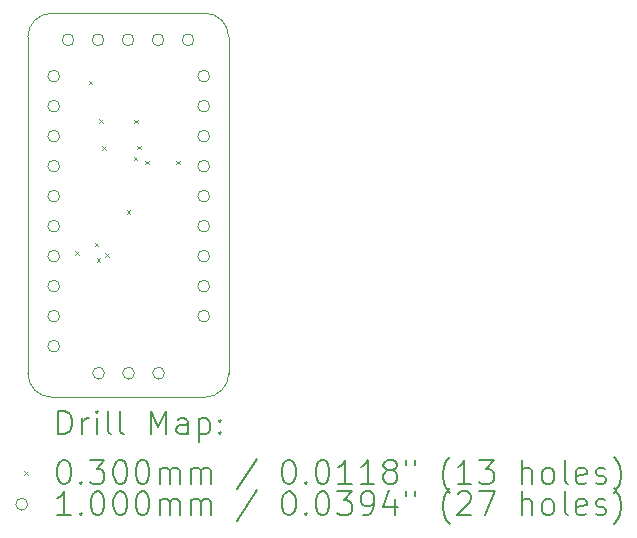
<source format=gbr>
%TF.GenerationSoftware,KiCad,Pcbnew,8.0.6*%
%TF.CreationDate,2024-12-27T21:34:21-08:00*%
%TF.ProjectId,PIC32Flex,50494333-3246-46c6-9578-2e6b69636164,rev?*%
%TF.SameCoordinates,Original*%
%TF.FileFunction,Drillmap*%
%TF.FilePolarity,Positive*%
%FSLAX45Y45*%
G04 Gerber Fmt 4.5, Leading zero omitted, Abs format (unit mm)*
G04 Created by KiCad (PCBNEW 8.0.6) date 2024-12-27 21:34:21*
%MOMM*%
%LPD*%
G01*
G04 APERTURE LIST*
%ADD10C,0.050000*%
%ADD11C,0.200000*%
%ADD12C,0.100000*%
G04 APERTURE END LIST*
D10*
X9784980Y-7169760D02*
G75*
G02*
X9984980Y-6969760I200000J0D01*
G01*
X11484980Y-7169760D02*
X11484980Y-10019760D01*
X9984980Y-6969760D02*
X11284980Y-6969760D01*
X9784980Y-10019760D02*
X9784980Y-7169760D01*
X9984980Y-10219760D02*
G75*
G02*
X9784980Y-10019760I0J200000D01*
G01*
X11484980Y-10019760D02*
G75*
G02*
X11284980Y-10219760I-200000J0D01*
G01*
X11284980Y-10219760D02*
X9984980Y-10219760D01*
X11284980Y-6969760D02*
G75*
G02*
X11484980Y-7169760I0J-200000D01*
G01*
D11*
D12*
X10187000Y-8982147D02*
X10217000Y-9012147D01*
X10217000Y-8982147D02*
X10187000Y-9012147D01*
X10302000Y-7542000D02*
X10332000Y-7572000D01*
X10332000Y-7542000D02*
X10302000Y-7572000D01*
X10350000Y-8912000D02*
X10380000Y-8942000D01*
X10380000Y-8912000D02*
X10350000Y-8942000D01*
X10368760Y-9043000D02*
X10398760Y-9073000D01*
X10398760Y-9043000D02*
X10368760Y-9073000D01*
X10387000Y-7869000D02*
X10417000Y-7899000D01*
X10417000Y-7869000D02*
X10387000Y-7899000D01*
X10413000Y-8094000D02*
X10443000Y-8124000D01*
X10443000Y-8094000D02*
X10413000Y-8124000D01*
X10441000Y-9003000D02*
X10471000Y-9033000D01*
X10471000Y-9003000D02*
X10441000Y-9033000D01*
X10622320Y-8639549D02*
X10652320Y-8669549D01*
X10652320Y-8639549D02*
X10622320Y-8669549D01*
X10683000Y-8186000D02*
X10713000Y-8216000D01*
X10713000Y-8186000D02*
X10683000Y-8216000D01*
X10687000Y-7872000D02*
X10717000Y-7902000D01*
X10717000Y-7872000D02*
X10687000Y-7902000D01*
X10710574Y-8091573D02*
X10740574Y-8121573D01*
X10740574Y-8091573D02*
X10710574Y-8121573D01*
X10780000Y-8220000D02*
X10810000Y-8250000D01*
X10810000Y-8220000D02*
X10780000Y-8250000D01*
X11041000Y-8218000D02*
X11071000Y-8248000D01*
X11071000Y-8218000D02*
X11041000Y-8248000D01*
X10054000Y-7502000D02*
G75*
G02*
X9954000Y-7502000I-50000J0D01*
G01*
X9954000Y-7502000D02*
G75*
G02*
X10054000Y-7502000I50000J0D01*
G01*
X10054000Y-7756000D02*
G75*
G02*
X9954000Y-7756000I-50000J0D01*
G01*
X9954000Y-7756000D02*
G75*
G02*
X10054000Y-7756000I50000J0D01*
G01*
X10054000Y-8010000D02*
G75*
G02*
X9954000Y-8010000I-50000J0D01*
G01*
X9954000Y-8010000D02*
G75*
G02*
X10054000Y-8010000I50000J0D01*
G01*
X10054000Y-8264000D02*
G75*
G02*
X9954000Y-8264000I-50000J0D01*
G01*
X9954000Y-8264000D02*
G75*
G02*
X10054000Y-8264000I50000J0D01*
G01*
X10054000Y-8518000D02*
G75*
G02*
X9954000Y-8518000I-50000J0D01*
G01*
X9954000Y-8518000D02*
G75*
G02*
X10054000Y-8518000I50000J0D01*
G01*
X10054000Y-8772000D02*
G75*
G02*
X9954000Y-8772000I-50000J0D01*
G01*
X9954000Y-8772000D02*
G75*
G02*
X10054000Y-8772000I50000J0D01*
G01*
X10054000Y-9026000D02*
G75*
G02*
X9954000Y-9026000I-50000J0D01*
G01*
X9954000Y-9026000D02*
G75*
G02*
X10054000Y-9026000I50000J0D01*
G01*
X10054000Y-9280000D02*
G75*
G02*
X9954000Y-9280000I-50000J0D01*
G01*
X9954000Y-9280000D02*
G75*
G02*
X10054000Y-9280000I50000J0D01*
G01*
X10054000Y-9534000D02*
G75*
G02*
X9954000Y-9534000I-50000J0D01*
G01*
X9954000Y-9534000D02*
G75*
G02*
X10054000Y-9534000I50000J0D01*
G01*
X10054000Y-9788000D02*
G75*
G02*
X9954000Y-9788000I-50000J0D01*
G01*
X9954000Y-9788000D02*
G75*
G02*
X10054000Y-9788000I50000J0D01*
G01*
X10175000Y-7195000D02*
G75*
G02*
X10075000Y-7195000I-50000J0D01*
G01*
X10075000Y-7195000D02*
G75*
G02*
X10175000Y-7195000I50000J0D01*
G01*
X10429000Y-7195000D02*
G75*
G02*
X10329000Y-7195000I-50000J0D01*
G01*
X10329000Y-7195000D02*
G75*
G02*
X10429000Y-7195000I50000J0D01*
G01*
X10433760Y-10017080D02*
G75*
G02*
X10333760Y-10017080I-50000J0D01*
G01*
X10333760Y-10017080D02*
G75*
G02*
X10433760Y-10017080I50000J0D01*
G01*
X10683000Y-7195000D02*
G75*
G02*
X10583000Y-7195000I-50000J0D01*
G01*
X10583000Y-7195000D02*
G75*
G02*
X10683000Y-7195000I50000J0D01*
G01*
X10687760Y-10017080D02*
G75*
G02*
X10587760Y-10017080I-50000J0D01*
G01*
X10587760Y-10017080D02*
G75*
G02*
X10687760Y-10017080I50000J0D01*
G01*
X10937000Y-7195000D02*
G75*
G02*
X10837000Y-7195000I-50000J0D01*
G01*
X10837000Y-7195000D02*
G75*
G02*
X10937000Y-7195000I50000J0D01*
G01*
X10941760Y-10017080D02*
G75*
G02*
X10841760Y-10017080I-50000J0D01*
G01*
X10841760Y-10017080D02*
G75*
G02*
X10941760Y-10017080I50000J0D01*
G01*
X11191000Y-7195000D02*
G75*
G02*
X11091000Y-7195000I-50000J0D01*
G01*
X11091000Y-7195000D02*
G75*
G02*
X11191000Y-7195000I50000J0D01*
G01*
X11324000Y-7502000D02*
G75*
G02*
X11224000Y-7502000I-50000J0D01*
G01*
X11224000Y-7502000D02*
G75*
G02*
X11324000Y-7502000I50000J0D01*
G01*
X11324000Y-7756000D02*
G75*
G02*
X11224000Y-7756000I-50000J0D01*
G01*
X11224000Y-7756000D02*
G75*
G02*
X11324000Y-7756000I50000J0D01*
G01*
X11324000Y-8010000D02*
G75*
G02*
X11224000Y-8010000I-50000J0D01*
G01*
X11224000Y-8010000D02*
G75*
G02*
X11324000Y-8010000I50000J0D01*
G01*
X11324000Y-8264000D02*
G75*
G02*
X11224000Y-8264000I-50000J0D01*
G01*
X11224000Y-8264000D02*
G75*
G02*
X11324000Y-8264000I50000J0D01*
G01*
X11324000Y-8518000D02*
G75*
G02*
X11224000Y-8518000I-50000J0D01*
G01*
X11224000Y-8518000D02*
G75*
G02*
X11324000Y-8518000I50000J0D01*
G01*
X11324000Y-8772000D02*
G75*
G02*
X11224000Y-8772000I-50000J0D01*
G01*
X11224000Y-8772000D02*
G75*
G02*
X11324000Y-8772000I50000J0D01*
G01*
X11324000Y-9026000D02*
G75*
G02*
X11224000Y-9026000I-50000J0D01*
G01*
X11224000Y-9026000D02*
G75*
G02*
X11324000Y-9026000I50000J0D01*
G01*
X11324000Y-9280000D02*
G75*
G02*
X11224000Y-9280000I-50000J0D01*
G01*
X11224000Y-9280000D02*
G75*
G02*
X11324000Y-9280000I50000J0D01*
G01*
X11324000Y-9534000D02*
G75*
G02*
X11224000Y-9534000I-50000J0D01*
G01*
X11224000Y-9534000D02*
G75*
G02*
X11324000Y-9534000I50000J0D01*
G01*
D11*
X10043257Y-10533744D02*
X10043257Y-10333744D01*
X10043257Y-10333744D02*
X10090876Y-10333744D01*
X10090876Y-10333744D02*
X10119447Y-10343268D01*
X10119447Y-10343268D02*
X10138495Y-10362315D01*
X10138495Y-10362315D02*
X10148019Y-10381363D01*
X10148019Y-10381363D02*
X10157543Y-10419458D01*
X10157543Y-10419458D02*
X10157543Y-10448030D01*
X10157543Y-10448030D02*
X10148019Y-10486125D01*
X10148019Y-10486125D02*
X10138495Y-10505172D01*
X10138495Y-10505172D02*
X10119447Y-10524220D01*
X10119447Y-10524220D02*
X10090876Y-10533744D01*
X10090876Y-10533744D02*
X10043257Y-10533744D01*
X10243257Y-10533744D02*
X10243257Y-10400410D01*
X10243257Y-10438506D02*
X10252781Y-10419458D01*
X10252781Y-10419458D02*
X10262304Y-10409934D01*
X10262304Y-10409934D02*
X10281352Y-10400410D01*
X10281352Y-10400410D02*
X10300400Y-10400410D01*
X10367066Y-10533744D02*
X10367066Y-10400410D01*
X10367066Y-10333744D02*
X10357543Y-10343268D01*
X10357543Y-10343268D02*
X10367066Y-10352791D01*
X10367066Y-10352791D02*
X10376590Y-10343268D01*
X10376590Y-10343268D02*
X10367066Y-10333744D01*
X10367066Y-10333744D02*
X10367066Y-10352791D01*
X10490876Y-10533744D02*
X10471828Y-10524220D01*
X10471828Y-10524220D02*
X10462304Y-10505172D01*
X10462304Y-10505172D02*
X10462304Y-10333744D01*
X10595638Y-10533744D02*
X10576590Y-10524220D01*
X10576590Y-10524220D02*
X10567066Y-10505172D01*
X10567066Y-10505172D02*
X10567066Y-10333744D01*
X10824209Y-10533744D02*
X10824209Y-10333744D01*
X10824209Y-10333744D02*
X10890876Y-10476601D01*
X10890876Y-10476601D02*
X10957543Y-10333744D01*
X10957543Y-10333744D02*
X10957543Y-10533744D01*
X11138495Y-10533744D02*
X11138495Y-10428982D01*
X11138495Y-10428982D02*
X11128971Y-10409934D01*
X11128971Y-10409934D02*
X11109924Y-10400410D01*
X11109924Y-10400410D02*
X11071828Y-10400410D01*
X11071828Y-10400410D02*
X11052781Y-10409934D01*
X11138495Y-10524220D02*
X11119447Y-10533744D01*
X11119447Y-10533744D02*
X11071828Y-10533744D01*
X11071828Y-10533744D02*
X11052781Y-10524220D01*
X11052781Y-10524220D02*
X11043257Y-10505172D01*
X11043257Y-10505172D02*
X11043257Y-10486125D01*
X11043257Y-10486125D02*
X11052781Y-10467077D01*
X11052781Y-10467077D02*
X11071828Y-10457553D01*
X11071828Y-10457553D02*
X11119447Y-10457553D01*
X11119447Y-10457553D02*
X11138495Y-10448030D01*
X11233733Y-10400410D02*
X11233733Y-10600410D01*
X11233733Y-10409934D02*
X11252781Y-10400410D01*
X11252781Y-10400410D02*
X11290876Y-10400410D01*
X11290876Y-10400410D02*
X11309923Y-10409934D01*
X11309923Y-10409934D02*
X11319447Y-10419458D01*
X11319447Y-10419458D02*
X11328971Y-10438506D01*
X11328971Y-10438506D02*
X11328971Y-10495649D01*
X11328971Y-10495649D02*
X11319447Y-10514696D01*
X11319447Y-10514696D02*
X11309923Y-10524220D01*
X11309923Y-10524220D02*
X11290876Y-10533744D01*
X11290876Y-10533744D02*
X11252781Y-10533744D01*
X11252781Y-10533744D02*
X11233733Y-10524220D01*
X11414685Y-10514696D02*
X11424209Y-10524220D01*
X11424209Y-10524220D02*
X11414685Y-10533744D01*
X11414685Y-10533744D02*
X11405162Y-10524220D01*
X11405162Y-10524220D02*
X11414685Y-10514696D01*
X11414685Y-10514696D02*
X11414685Y-10533744D01*
X11414685Y-10409934D02*
X11424209Y-10419458D01*
X11424209Y-10419458D02*
X11414685Y-10428982D01*
X11414685Y-10428982D02*
X11405162Y-10419458D01*
X11405162Y-10419458D02*
X11414685Y-10409934D01*
X11414685Y-10409934D02*
X11414685Y-10428982D01*
D12*
X9752480Y-10847260D02*
X9782480Y-10877260D01*
X9782480Y-10847260D02*
X9752480Y-10877260D01*
D11*
X10081352Y-10753744D02*
X10100400Y-10753744D01*
X10100400Y-10753744D02*
X10119447Y-10763268D01*
X10119447Y-10763268D02*
X10128971Y-10772791D01*
X10128971Y-10772791D02*
X10138495Y-10791839D01*
X10138495Y-10791839D02*
X10148019Y-10829934D01*
X10148019Y-10829934D02*
X10148019Y-10877553D01*
X10148019Y-10877553D02*
X10138495Y-10915649D01*
X10138495Y-10915649D02*
X10128971Y-10934696D01*
X10128971Y-10934696D02*
X10119447Y-10944220D01*
X10119447Y-10944220D02*
X10100400Y-10953744D01*
X10100400Y-10953744D02*
X10081352Y-10953744D01*
X10081352Y-10953744D02*
X10062304Y-10944220D01*
X10062304Y-10944220D02*
X10052781Y-10934696D01*
X10052781Y-10934696D02*
X10043257Y-10915649D01*
X10043257Y-10915649D02*
X10033733Y-10877553D01*
X10033733Y-10877553D02*
X10033733Y-10829934D01*
X10033733Y-10829934D02*
X10043257Y-10791839D01*
X10043257Y-10791839D02*
X10052781Y-10772791D01*
X10052781Y-10772791D02*
X10062304Y-10763268D01*
X10062304Y-10763268D02*
X10081352Y-10753744D01*
X10233733Y-10934696D02*
X10243257Y-10944220D01*
X10243257Y-10944220D02*
X10233733Y-10953744D01*
X10233733Y-10953744D02*
X10224209Y-10944220D01*
X10224209Y-10944220D02*
X10233733Y-10934696D01*
X10233733Y-10934696D02*
X10233733Y-10953744D01*
X10309924Y-10753744D02*
X10433733Y-10753744D01*
X10433733Y-10753744D02*
X10367066Y-10829934D01*
X10367066Y-10829934D02*
X10395638Y-10829934D01*
X10395638Y-10829934D02*
X10414685Y-10839458D01*
X10414685Y-10839458D02*
X10424209Y-10848982D01*
X10424209Y-10848982D02*
X10433733Y-10868030D01*
X10433733Y-10868030D02*
X10433733Y-10915649D01*
X10433733Y-10915649D02*
X10424209Y-10934696D01*
X10424209Y-10934696D02*
X10414685Y-10944220D01*
X10414685Y-10944220D02*
X10395638Y-10953744D01*
X10395638Y-10953744D02*
X10338495Y-10953744D01*
X10338495Y-10953744D02*
X10319447Y-10944220D01*
X10319447Y-10944220D02*
X10309924Y-10934696D01*
X10557543Y-10753744D02*
X10576590Y-10753744D01*
X10576590Y-10753744D02*
X10595638Y-10763268D01*
X10595638Y-10763268D02*
X10605162Y-10772791D01*
X10605162Y-10772791D02*
X10614685Y-10791839D01*
X10614685Y-10791839D02*
X10624209Y-10829934D01*
X10624209Y-10829934D02*
X10624209Y-10877553D01*
X10624209Y-10877553D02*
X10614685Y-10915649D01*
X10614685Y-10915649D02*
X10605162Y-10934696D01*
X10605162Y-10934696D02*
X10595638Y-10944220D01*
X10595638Y-10944220D02*
X10576590Y-10953744D01*
X10576590Y-10953744D02*
X10557543Y-10953744D01*
X10557543Y-10953744D02*
X10538495Y-10944220D01*
X10538495Y-10944220D02*
X10528971Y-10934696D01*
X10528971Y-10934696D02*
X10519447Y-10915649D01*
X10519447Y-10915649D02*
X10509924Y-10877553D01*
X10509924Y-10877553D02*
X10509924Y-10829934D01*
X10509924Y-10829934D02*
X10519447Y-10791839D01*
X10519447Y-10791839D02*
X10528971Y-10772791D01*
X10528971Y-10772791D02*
X10538495Y-10763268D01*
X10538495Y-10763268D02*
X10557543Y-10753744D01*
X10748019Y-10753744D02*
X10767066Y-10753744D01*
X10767066Y-10753744D02*
X10786114Y-10763268D01*
X10786114Y-10763268D02*
X10795638Y-10772791D01*
X10795638Y-10772791D02*
X10805162Y-10791839D01*
X10805162Y-10791839D02*
X10814685Y-10829934D01*
X10814685Y-10829934D02*
X10814685Y-10877553D01*
X10814685Y-10877553D02*
X10805162Y-10915649D01*
X10805162Y-10915649D02*
X10795638Y-10934696D01*
X10795638Y-10934696D02*
X10786114Y-10944220D01*
X10786114Y-10944220D02*
X10767066Y-10953744D01*
X10767066Y-10953744D02*
X10748019Y-10953744D01*
X10748019Y-10953744D02*
X10728971Y-10944220D01*
X10728971Y-10944220D02*
X10719447Y-10934696D01*
X10719447Y-10934696D02*
X10709924Y-10915649D01*
X10709924Y-10915649D02*
X10700400Y-10877553D01*
X10700400Y-10877553D02*
X10700400Y-10829934D01*
X10700400Y-10829934D02*
X10709924Y-10791839D01*
X10709924Y-10791839D02*
X10719447Y-10772791D01*
X10719447Y-10772791D02*
X10728971Y-10763268D01*
X10728971Y-10763268D02*
X10748019Y-10753744D01*
X10900400Y-10953744D02*
X10900400Y-10820410D01*
X10900400Y-10839458D02*
X10909924Y-10829934D01*
X10909924Y-10829934D02*
X10928971Y-10820410D01*
X10928971Y-10820410D02*
X10957543Y-10820410D01*
X10957543Y-10820410D02*
X10976590Y-10829934D01*
X10976590Y-10829934D02*
X10986114Y-10848982D01*
X10986114Y-10848982D02*
X10986114Y-10953744D01*
X10986114Y-10848982D02*
X10995638Y-10829934D01*
X10995638Y-10829934D02*
X11014685Y-10820410D01*
X11014685Y-10820410D02*
X11043257Y-10820410D01*
X11043257Y-10820410D02*
X11062305Y-10829934D01*
X11062305Y-10829934D02*
X11071828Y-10848982D01*
X11071828Y-10848982D02*
X11071828Y-10953744D01*
X11167066Y-10953744D02*
X11167066Y-10820410D01*
X11167066Y-10839458D02*
X11176590Y-10829934D01*
X11176590Y-10829934D02*
X11195638Y-10820410D01*
X11195638Y-10820410D02*
X11224209Y-10820410D01*
X11224209Y-10820410D02*
X11243257Y-10829934D01*
X11243257Y-10829934D02*
X11252781Y-10848982D01*
X11252781Y-10848982D02*
X11252781Y-10953744D01*
X11252781Y-10848982D02*
X11262304Y-10829934D01*
X11262304Y-10829934D02*
X11281352Y-10820410D01*
X11281352Y-10820410D02*
X11309923Y-10820410D01*
X11309923Y-10820410D02*
X11328971Y-10829934D01*
X11328971Y-10829934D02*
X11338495Y-10848982D01*
X11338495Y-10848982D02*
X11338495Y-10953744D01*
X11728971Y-10744220D02*
X11557543Y-11001363D01*
X11986114Y-10753744D02*
X12005162Y-10753744D01*
X12005162Y-10753744D02*
X12024209Y-10763268D01*
X12024209Y-10763268D02*
X12033733Y-10772791D01*
X12033733Y-10772791D02*
X12043257Y-10791839D01*
X12043257Y-10791839D02*
X12052781Y-10829934D01*
X12052781Y-10829934D02*
X12052781Y-10877553D01*
X12052781Y-10877553D02*
X12043257Y-10915649D01*
X12043257Y-10915649D02*
X12033733Y-10934696D01*
X12033733Y-10934696D02*
X12024209Y-10944220D01*
X12024209Y-10944220D02*
X12005162Y-10953744D01*
X12005162Y-10953744D02*
X11986114Y-10953744D01*
X11986114Y-10953744D02*
X11967066Y-10944220D01*
X11967066Y-10944220D02*
X11957543Y-10934696D01*
X11957543Y-10934696D02*
X11948019Y-10915649D01*
X11948019Y-10915649D02*
X11938495Y-10877553D01*
X11938495Y-10877553D02*
X11938495Y-10829934D01*
X11938495Y-10829934D02*
X11948019Y-10791839D01*
X11948019Y-10791839D02*
X11957543Y-10772791D01*
X11957543Y-10772791D02*
X11967066Y-10763268D01*
X11967066Y-10763268D02*
X11986114Y-10753744D01*
X12138495Y-10934696D02*
X12148019Y-10944220D01*
X12148019Y-10944220D02*
X12138495Y-10953744D01*
X12138495Y-10953744D02*
X12128971Y-10944220D01*
X12128971Y-10944220D02*
X12138495Y-10934696D01*
X12138495Y-10934696D02*
X12138495Y-10953744D01*
X12271828Y-10753744D02*
X12290876Y-10753744D01*
X12290876Y-10753744D02*
X12309924Y-10763268D01*
X12309924Y-10763268D02*
X12319447Y-10772791D01*
X12319447Y-10772791D02*
X12328971Y-10791839D01*
X12328971Y-10791839D02*
X12338495Y-10829934D01*
X12338495Y-10829934D02*
X12338495Y-10877553D01*
X12338495Y-10877553D02*
X12328971Y-10915649D01*
X12328971Y-10915649D02*
X12319447Y-10934696D01*
X12319447Y-10934696D02*
X12309924Y-10944220D01*
X12309924Y-10944220D02*
X12290876Y-10953744D01*
X12290876Y-10953744D02*
X12271828Y-10953744D01*
X12271828Y-10953744D02*
X12252781Y-10944220D01*
X12252781Y-10944220D02*
X12243257Y-10934696D01*
X12243257Y-10934696D02*
X12233733Y-10915649D01*
X12233733Y-10915649D02*
X12224209Y-10877553D01*
X12224209Y-10877553D02*
X12224209Y-10829934D01*
X12224209Y-10829934D02*
X12233733Y-10791839D01*
X12233733Y-10791839D02*
X12243257Y-10772791D01*
X12243257Y-10772791D02*
X12252781Y-10763268D01*
X12252781Y-10763268D02*
X12271828Y-10753744D01*
X12528971Y-10953744D02*
X12414686Y-10953744D01*
X12471828Y-10953744D02*
X12471828Y-10753744D01*
X12471828Y-10753744D02*
X12452781Y-10782315D01*
X12452781Y-10782315D02*
X12433733Y-10801363D01*
X12433733Y-10801363D02*
X12414686Y-10810887D01*
X12719447Y-10953744D02*
X12605162Y-10953744D01*
X12662305Y-10953744D02*
X12662305Y-10753744D01*
X12662305Y-10753744D02*
X12643257Y-10782315D01*
X12643257Y-10782315D02*
X12624209Y-10801363D01*
X12624209Y-10801363D02*
X12605162Y-10810887D01*
X12833733Y-10839458D02*
X12814686Y-10829934D01*
X12814686Y-10829934D02*
X12805162Y-10820410D01*
X12805162Y-10820410D02*
X12795638Y-10801363D01*
X12795638Y-10801363D02*
X12795638Y-10791839D01*
X12795638Y-10791839D02*
X12805162Y-10772791D01*
X12805162Y-10772791D02*
X12814686Y-10763268D01*
X12814686Y-10763268D02*
X12833733Y-10753744D01*
X12833733Y-10753744D02*
X12871828Y-10753744D01*
X12871828Y-10753744D02*
X12890876Y-10763268D01*
X12890876Y-10763268D02*
X12900400Y-10772791D01*
X12900400Y-10772791D02*
X12909924Y-10791839D01*
X12909924Y-10791839D02*
X12909924Y-10801363D01*
X12909924Y-10801363D02*
X12900400Y-10820410D01*
X12900400Y-10820410D02*
X12890876Y-10829934D01*
X12890876Y-10829934D02*
X12871828Y-10839458D01*
X12871828Y-10839458D02*
X12833733Y-10839458D01*
X12833733Y-10839458D02*
X12814686Y-10848982D01*
X12814686Y-10848982D02*
X12805162Y-10858506D01*
X12805162Y-10858506D02*
X12795638Y-10877553D01*
X12795638Y-10877553D02*
X12795638Y-10915649D01*
X12795638Y-10915649D02*
X12805162Y-10934696D01*
X12805162Y-10934696D02*
X12814686Y-10944220D01*
X12814686Y-10944220D02*
X12833733Y-10953744D01*
X12833733Y-10953744D02*
X12871828Y-10953744D01*
X12871828Y-10953744D02*
X12890876Y-10944220D01*
X12890876Y-10944220D02*
X12900400Y-10934696D01*
X12900400Y-10934696D02*
X12909924Y-10915649D01*
X12909924Y-10915649D02*
X12909924Y-10877553D01*
X12909924Y-10877553D02*
X12900400Y-10858506D01*
X12900400Y-10858506D02*
X12890876Y-10848982D01*
X12890876Y-10848982D02*
X12871828Y-10839458D01*
X12986114Y-10753744D02*
X12986114Y-10791839D01*
X13062305Y-10753744D02*
X13062305Y-10791839D01*
X13357543Y-11029934D02*
X13348019Y-11020410D01*
X13348019Y-11020410D02*
X13328971Y-10991839D01*
X13328971Y-10991839D02*
X13319448Y-10972791D01*
X13319448Y-10972791D02*
X13309924Y-10944220D01*
X13309924Y-10944220D02*
X13300400Y-10896601D01*
X13300400Y-10896601D02*
X13300400Y-10858506D01*
X13300400Y-10858506D02*
X13309924Y-10810887D01*
X13309924Y-10810887D02*
X13319448Y-10782315D01*
X13319448Y-10782315D02*
X13328971Y-10763268D01*
X13328971Y-10763268D02*
X13348019Y-10734696D01*
X13348019Y-10734696D02*
X13357543Y-10725172D01*
X13538495Y-10953744D02*
X13424209Y-10953744D01*
X13481352Y-10953744D02*
X13481352Y-10753744D01*
X13481352Y-10753744D02*
X13462305Y-10782315D01*
X13462305Y-10782315D02*
X13443257Y-10801363D01*
X13443257Y-10801363D02*
X13424209Y-10810887D01*
X13605162Y-10753744D02*
X13728971Y-10753744D01*
X13728971Y-10753744D02*
X13662305Y-10829934D01*
X13662305Y-10829934D02*
X13690876Y-10829934D01*
X13690876Y-10829934D02*
X13709924Y-10839458D01*
X13709924Y-10839458D02*
X13719448Y-10848982D01*
X13719448Y-10848982D02*
X13728971Y-10868030D01*
X13728971Y-10868030D02*
X13728971Y-10915649D01*
X13728971Y-10915649D02*
X13719448Y-10934696D01*
X13719448Y-10934696D02*
X13709924Y-10944220D01*
X13709924Y-10944220D02*
X13690876Y-10953744D01*
X13690876Y-10953744D02*
X13633733Y-10953744D01*
X13633733Y-10953744D02*
X13614686Y-10944220D01*
X13614686Y-10944220D02*
X13605162Y-10934696D01*
X13967067Y-10953744D02*
X13967067Y-10753744D01*
X14052781Y-10953744D02*
X14052781Y-10848982D01*
X14052781Y-10848982D02*
X14043257Y-10829934D01*
X14043257Y-10829934D02*
X14024210Y-10820410D01*
X14024210Y-10820410D02*
X13995638Y-10820410D01*
X13995638Y-10820410D02*
X13976590Y-10829934D01*
X13976590Y-10829934D02*
X13967067Y-10839458D01*
X14176590Y-10953744D02*
X14157543Y-10944220D01*
X14157543Y-10944220D02*
X14148019Y-10934696D01*
X14148019Y-10934696D02*
X14138495Y-10915649D01*
X14138495Y-10915649D02*
X14138495Y-10858506D01*
X14138495Y-10858506D02*
X14148019Y-10839458D01*
X14148019Y-10839458D02*
X14157543Y-10829934D01*
X14157543Y-10829934D02*
X14176590Y-10820410D01*
X14176590Y-10820410D02*
X14205162Y-10820410D01*
X14205162Y-10820410D02*
X14224210Y-10829934D01*
X14224210Y-10829934D02*
X14233733Y-10839458D01*
X14233733Y-10839458D02*
X14243257Y-10858506D01*
X14243257Y-10858506D02*
X14243257Y-10915649D01*
X14243257Y-10915649D02*
X14233733Y-10934696D01*
X14233733Y-10934696D02*
X14224210Y-10944220D01*
X14224210Y-10944220D02*
X14205162Y-10953744D01*
X14205162Y-10953744D02*
X14176590Y-10953744D01*
X14357543Y-10953744D02*
X14338495Y-10944220D01*
X14338495Y-10944220D02*
X14328971Y-10925172D01*
X14328971Y-10925172D02*
X14328971Y-10753744D01*
X14509924Y-10944220D02*
X14490876Y-10953744D01*
X14490876Y-10953744D02*
X14452781Y-10953744D01*
X14452781Y-10953744D02*
X14433733Y-10944220D01*
X14433733Y-10944220D02*
X14424210Y-10925172D01*
X14424210Y-10925172D02*
X14424210Y-10848982D01*
X14424210Y-10848982D02*
X14433733Y-10829934D01*
X14433733Y-10829934D02*
X14452781Y-10820410D01*
X14452781Y-10820410D02*
X14490876Y-10820410D01*
X14490876Y-10820410D02*
X14509924Y-10829934D01*
X14509924Y-10829934D02*
X14519448Y-10848982D01*
X14519448Y-10848982D02*
X14519448Y-10868030D01*
X14519448Y-10868030D02*
X14424210Y-10887077D01*
X14595638Y-10944220D02*
X14614686Y-10953744D01*
X14614686Y-10953744D02*
X14652781Y-10953744D01*
X14652781Y-10953744D02*
X14671829Y-10944220D01*
X14671829Y-10944220D02*
X14681352Y-10925172D01*
X14681352Y-10925172D02*
X14681352Y-10915649D01*
X14681352Y-10915649D02*
X14671829Y-10896601D01*
X14671829Y-10896601D02*
X14652781Y-10887077D01*
X14652781Y-10887077D02*
X14624210Y-10887077D01*
X14624210Y-10887077D02*
X14605162Y-10877553D01*
X14605162Y-10877553D02*
X14595638Y-10858506D01*
X14595638Y-10858506D02*
X14595638Y-10848982D01*
X14595638Y-10848982D02*
X14605162Y-10829934D01*
X14605162Y-10829934D02*
X14624210Y-10820410D01*
X14624210Y-10820410D02*
X14652781Y-10820410D01*
X14652781Y-10820410D02*
X14671829Y-10829934D01*
X14748019Y-11029934D02*
X14757543Y-11020410D01*
X14757543Y-11020410D02*
X14776591Y-10991839D01*
X14776591Y-10991839D02*
X14786114Y-10972791D01*
X14786114Y-10972791D02*
X14795638Y-10944220D01*
X14795638Y-10944220D02*
X14805162Y-10896601D01*
X14805162Y-10896601D02*
X14805162Y-10858506D01*
X14805162Y-10858506D02*
X14795638Y-10810887D01*
X14795638Y-10810887D02*
X14786114Y-10782315D01*
X14786114Y-10782315D02*
X14776591Y-10763268D01*
X14776591Y-10763268D02*
X14757543Y-10734696D01*
X14757543Y-10734696D02*
X14748019Y-10725172D01*
D12*
X9782480Y-11126260D02*
G75*
G02*
X9682480Y-11126260I-50000J0D01*
G01*
X9682480Y-11126260D02*
G75*
G02*
X9782480Y-11126260I50000J0D01*
G01*
D11*
X10148019Y-11217744D02*
X10033733Y-11217744D01*
X10090876Y-11217744D02*
X10090876Y-11017744D01*
X10090876Y-11017744D02*
X10071828Y-11046315D01*
X10071828Y-11046315D02*
X10052781Y-11065363D01*
X10052781Y-11065363D02*
X10033733Y-11074887D01*
X10233733Y-11198696D02*
X10243257Y-11208220D01*
X10243257Y-11208220D02*
X10233733Y-11217744D01*
X10233733Y-11217744D02*
X10224209Y-11208220D01*
X10224209Y-11208220D02*
X10233733Y-11198696D01*
X10233733Y-11198696D02*
X10233733Y-11217744D01*
X10367066Y-11017744D02*
X10386114Y-11017744D01*
X10386114Y-11017744D02*
X10405162Y-11027268D01*
X10405162Y-11027268D02*
X10414685Y-11036791D01*
X10414685Y-11036791D02*
X10424209Y-11055839D01*
X10424209Y-11055839D02*
X10433733Y-11093934D01*
X10433733Y-11093934D02*
X10433733Y-11141553D01*
X10433733Y-11141553D02*
X10424209Y-11179649D01*
X10424209Y-11179649D02*
X10414685Y-11198696D01*
X10414685Y-11198696D02*
X10405162Y-11208220D01*
X10405162Y-11208220D02*
X10386114Y-11217744D01*
X10386114Y-11217744D02*
X10367066Y-11217744D01*
X10367066Y-11217744D02*
X10348019Y-11208220D01*
X10348019Y-11208220D02*
X10338495Y-11198696D01*
X10338495Y-11198696D02*
X10328971Y-11179649D01*
X10328971Y-11179649D02*
X10319447Y-11141553D01*
X10319447Y-11141553D02*
X10319447Y-11093934D01*
X10319447Y-11093934D02*
X10328971Y-11055839D01*
X10328971Y-11055839D02*
X10338495Y-11036791D01*
X10338495Y-11036791D02*
X10348019Y-11027268D01*
X10348019Y-11027268D02*
X10367066Y-11017744D01*
X10557543Y-11017744D02*
X10576590Y-11017744D01*
X10576590Y-11017744D02*
X10595638Y-11027268D01*
X10595638Y-11027268D02*
X10605162Y-11036791D01*
X10605162Y-11036791D02*
X10614685Y-11055839D01*
X10614685Y-11055839D02*
X10624209Y-11093934D01*
X10624209Y-11093934D02*
X10624209Y-11141553D01*
X10624209Y-11141553D02*
X10614685Y-11179649D01*
X10614685Y-11179649D02*
X10605162Y-11198696D01*
X10605162Y-11198696D02*
X10595638Y-11208220D01*
X10595638Y-11208220D02*
X10576590Y-11217744D01*
X10576590Y-11217744D02*
X10557543Y-11217744D01*
X10557543Y-11217744D02*
X10538495Y-11208220D01*
X10538495Y-11208220D02*
X10528971Y-11198696D01*
X10528971Y-11198696D02*
X10519447Y-11179649D01*
X10519447Y-11179649D02*
X10509924Y-11141553D01*
X10509924Y-11141553D02*
X10509924Y-11093934D01*
X10509924Y-11093934D02*
X10519447Y-11055839D01*
X10519447Y-11055839D02*
X10528971Y-11036791D01*
X10528971Y-11036791D02*
X10538495Y-11027268D01*
X10538495Y-11027268D02*
X10557543Y-11017744D01*
X10748019Y-11017744D02*
X10767066Y-11017744D01*
X10767066Y-11017744D02*
X10786114Y-11027268D01*
X10786114Y-11027268D02*
X10795638Y-11036791D01*
X10795638Y-11036791D02*
X10805162Y-11055839D01*
X10805162Y-11055839D02*
X10814685Y-11093934D01*
X10814685Y-11093934D02*
X10814685Y-11141553D01*
X10814685Y-11141553D02*
X10805162Y-11179649D01*
X10805162Y-11179649D02*
X10795638Y-11198696D01*
X10795638Y-11198696D02*
X10786114Y-11208220D01*
X10786114Y-11208220D02*
X10767066Y-11217744D01*
X10767066Y-11217744D02*
X10748019Y-11217744D01*
X10748019Y-11217744D02*
X10728971Y-11208220D01*
X10728971Y-11208220D02*
X10719447Y-11198696D01*
X10719447Y-11198696D02*
X10709924Y-11179649D01*
X10709924Y-11179649D02*
X10700400Y-11141553D01*
X10700400Y-11141553D02*
X10700400Y-11093934D01*
X10700400Y-11093934D02*
X10709924Y-11055839D01*
X10709924Y-11055839D02*
X10719447Y-11036791D01*
X10719447Y-11036791D02*
X10728971Y-11027268D01*
X10728971Y-11027268D02*
X10748019Y-11017744D01*
X10900400Y-11217744D02*
X10900400Y-11084410D01*
X10900400Y-11103458D02*
X10909924Y-11093934D01*
X10909924Y-11093934D02*
X10928971Y-11084410D01*
X10928971Y-11084410D02*
X10957543Y-11084410D01*
X10957543Y-11084410D02*
X10976590Y-11093934D01*
X10976590Y-11093934D02*
X10986114Y-11112982D01*
X10986114Y-11112982D02*
X10986114Y-11217744D01*
X10986114Y-11112982D02*
X10995638Y-11093934D01*
X10995638Y-11093934D02*
X11014685Y-11084410D01*
X11014685Y-11084410D02*
X11043257Y-11084410D01*
X11043257Y-11084410D02*
X11062305Y-11093934D01*
X11062305Y-11093934D02*
X11071828Y-11112982D01*
X11071828Y-11112982D02*
X11071828Y-11217744D01*
X11167066Y-11217744D02*
X11167066Y-11084410D01*
X11167066Y-11103458D02*
X11176590Y-11093934D01*
X11176590Y-11093934D02*
X11195638Y-11084410D01*
X11195638Y-11084410D02*
X11224209Y-11084410D01*
X11224209Y-11084410D02*
X11243257Y-11093934D01*
X11243257Y-11093934D02*
X11252781Y-11112982D01*
X11252781Y-11112982D02*
X11252781Y-11217744D01*
X11252781Y-11112982D02*
X11262304Y-11093934D01*
X11262304Y-11093934D02*
X11281352Y-11084410D01*
X11281352Y-11084410D02*
X11309923Y-11084410D01*
X11309923Y-11084410D02*
X11328971Y-11093934D01*
X11328971Y-11093934D02*
X11338495Y-11112982D01*
X11338495Y-11112982D02*
X11338495Y-11217744D01*
X11728971Y-11008220D02*
X11557543Y-11265363D01*
X11986114Y-11017744D02*
X12005162Y-11017744D01*
X12005162Y-11017744D02*
X12024209Y-11027268D01*
X12024209Y-11027268D02*
X12033733Y-11036791D01*
X12033733Y-11036791D02*
X12043257Y-11055839D01*
X12043257Y-11055839D02*
X12052781Y-11093934D01*
X12052781Y-11093934D02*
X12052781Y-11141553D01*
X12052781Y-11141553D02*
X12043257Y-11179649D01*
X12043257Y-11179649D02*
X12033733Y-11198696D01*
X12033733Y-11198696D02*
X12024209Y-11208220D01*
X12024209Y-11208220D02*
X12005162Y-11217744D01*
X12005162Y-11217744D02*
X11986114Y-11217744D01*
X11986114Y-11217744D02*
X11967066Y-11208220D01*
X11967066Y-11208220D02*
X11957543Y-11198696D01*
X11957543Y-11198696D02*
X11948019Y-11179649D01*
X11948019Y-11179649D02*
X11938495Y-11141553D01*
X11938495Y-11141553D02*
X11938495Y-11093934D01*
X11938495Y-11093934D02*
X11948019Y-11055839D01*
X11948019Y-11055839D02*
X11957543Y-11036791D01*
X11957543Y-11036791D02*
X11967066Y-11027268D01*
X11967066Y-11027268D02*
X11986114Y-11017744D01*
X12138495Y-11198696D02*
X12148019Y-11208220D01*
X12148019Y-11208220D02*
X12138495Y-11217744D01*
X12138495Y-11217744D02*
X12128971Y-11208220D01*
X12128971Y-11208220D02*
X12138495Y-11198696D01*
X12138495Y-11198696D02*
X12138495Y-11217744D01*
X12271828Y-11017744D02*
X12290876Y-11017744D01*
X12290876Y-11017744D02*
X12309924Y-11027268D01*
X12309924Y-11027268D02*
X12319447Y-11036791D01*
X12319447Y-11036791D02*
X12328971Y-11055839D01*
X12328971Y-11055839D02*
X12338495Y-11093934D01*
X12338495Y-11093934D02*
X12338495Y-11141553D01*
X12338495Y-11141553D02*
X12328971Y-11179649D01*
X12328971Y-11179649D02*
X12319447Y-11198696D01*
X12319447Y-11198696D02*
X12309924Y-11208220D01*
X12309924Y-11208220D02*
X12290876Y-11217744D01*
X12290876Y-11217744D02*
X12271828Y-11217744D01*
X12271828Y-11217744D02*
X12252781Y-11208220D01*
X12252781Y-11208220D02*
X12243257Y-11198696D01*
X12243257Y-11198696D02*
X12233733Y-11179649D01*
X12233733Y-11179649D02*
X12224209Y-11141553D01*
X12224209Y-11141553D02*
X12224209Y-11093934D01*
X12224209Y-11093934D02*
X12233733Y-11055839D01*
X12233733Y-11055839D02*
X12243257Y-11036791D01*
X12243257Y-11036791D02*
X12252781Y-11027268D01*
X12252781Y-11027268D02*
X12271828Y-11017744D01*
X12405162Y-11017744D02*
X12528971Y-11017744D01*
X12528971Y-11017744D02*
X12462305Y-11093934D01*
X12462305Y-11093934D02*
X12490876Y-11093934D01*
X12490876Y-11093934D02*
X12509924Y-11103458D01*
X12509924Y-11103458D02*
X12519447Y-11112982D01*
X12519447Y-11112982D02*
X12528971Y-11132030D01*
X12528971Y-11132030D02*
X12528971Y-11179649D01*
X12528971Y-11179649D02*
X12519447Y-11198696D01*
X12519447Y-11198696D02*
X12509924Y-11208220D01*
X12509924Y-11208220D02*
X12490876Y-11217744D01*
X12490876Y-11217744D02*
X12433733Y-11217744D01*
X12433733Y-11217744D02*
X12414686Y-11208220D01*
X12414686Y-11208220D02*
X12405162Y-11198696D01*
X12624209Y-11217744D02*
X12662305Y-11217744D01*
X12662305Y-11217744D02*
X12681352Y-11208220D01*
X12681352Y-11208220D02*
X12690876Y-11198696D01*
X12690876Y-11198696D02*
X12709924Y-11170125D01*
X12709924Y-11170125D02*
X12719447Y-11132030D01*
X12719447Y-11132030D02*
X12719447Y-11055839D01*
X12719447Y-11055839D02*
X12709924Y-11036791D01*
X12709924Y-11036791D02*
X12700400Y-11027268D01*
X12700400Y-11027268D02*
X12681352Y-11017744D01*
X12681352Y-11017744D02*
X12643257Y-11017744D01*
X12643257Y-11017744D02*
X12624209Y-11027268D01*
X12624209Y-11027268D02*
X12614686Y-11036791D01*
X12614686Y-11036791D02*
X12605162Y-11055839D01*
X12605162Y-11055839D02*
X12605162Y-11103458D01*
X12605162Y-11103458D02*
X12614686Y-11122506D01*
X12614686Y-11122506D02*
X12624209Y-11132030D01*
X12624209Y-11132030D02*
X12643257Y-11141553D01*
X12643257Y-11141553D02*
X12681352Y-11141553D01*
X12681352Y-11141553D02*
X12700400Y-11132030D01*
X12700400Y-11132030D02*
X12709924Y-11122506D01*
X12709924Y-11122506D02*
X12719447Y-11103458D01*
X12890876Y-11084410D02*
X12890876Y-11217744D01*
X12843257Y-11008220D02*
X12795638Y-11151077D01*
X12795638Y-11151077D02*
X12919447Y-11151077D01*
X12986114Y-11017744D02*
X12986114Y-11055839D01*
X13062305Y-11017744D02*
X13062305Y-11055839D01*
X13357543Y-11293934D02*
X13348019Y-11284410D01*
X13348019Y-11284410D02*
X13328971Y-11255839D01*
X13328971Y-11255839D02*
X13319448Y-11236791D01*
X13319448Y-11236791D02*
X13309924Y-11208220D01*
X13309924Y-11208220D02*
X13300400Y-11160601D01*
X13300400Y-11160601D02*
X13300400Y-11122506D01*
X13300400Y-11122506D02*
X13309924Y-11074887D01*
X13309924Y-11074887D02*
X13319448Y-11046315D01*
X13319448Y-11046315D02*
X13328971Y-11027268D01*
X13328971Y-11027268D02*
X13348019Y-10998696D01*
X13348019Y-10998696D02*
X13357543Y-10989172D01*
X13424209Y-11036791D02*
X13433733Y-11027268D01*
X13433733Y-11027268D02*
X13452781Y-11017744D01*
X13452781Y-11017744D02*
X13500400Y-11017744D01*
X13500400Y-11017744D02*
X13519448Y-11027268D01*
X13519448Y-11027268D02*
X13528971Y-11036791D01*
X13528971Y-11036791D02*
X13538495Y-11055839D01*
X13538495Y-11055839D02*
X13538495Y-11074887D01*
X13538495Y-11074887D02*
X13528971Y-11103458D01*
X13528971Y-11103458D02*
X13414686Y-11217744D01*
X13414686Y-11217744D02*
X13538495Y-11217744D01*
X13605162Y-11017744D02*
X13738495Y-11017744D01*
X13738495Y-11017744D02*
X13652781Y-11217744D01*
X13967067Y-11217744D02*
X13967067Y-11017744D01*
X14052781Y-11217744D02*
X14052781Y-11112982D01*
X14052781Y-11112982D02*
X14043257Y-11093934D01*
X14043257Y-11093934D02*
X14024210Y-11084410D01*
X14024210Y-11084410D02*
X13995638Y-11084410D01*
X13995638Y-11084410D02*
X13976590Y-11093934D01*
X13976590Y-11093934D02*
X13967067Y-11103458D01*
X14176590Y-11217744D02*
X14157543Y-11208220D01*
X14157543Y-11208220D02*
X14148019Y-11198696D01*
X14148019Y-11198696D02*
X14138495Y-11179649D01*
X14138495Y-11179649D02*
X14138495Y-11122506D01*
X14138495Y-11122506D02*
X14148019Y-11103458D01*
X14148019Y-11103458D02*
X14157543Y-11093934D01*
X14157543Y-11093934D02*
X14176590Y-11084410D01*
X14176590Y-11084410D02*
X14205162Y-11084410D01*
X14205162Y-11084410D02*
X14224210Y-11093934D01*
X14224210Y-11093934D02*
X14233733Y-11103458D01*
X14233733Y-11103458D02*
X14243257Y-11122506D01*
X14243257Y-11122506D02*
X14243257Y-11179649D01*
X14243257Y-11179649D02*
X14233733Y-11198696D01*
X14233733Y-11198696D02*
X14224210Y-11208220D01*
X14224210Y-11208220D02*
X14205162Y-11217744D01*
X14205162Y-11217744D02*
X14176590Y-11217744D01*
X14357543Y-11217744D02*
X14338495Y-11208220D01*
X14338495Y-11208220D02*
X14328971Y-11189172D01*
X14328971Y-11189172D02*
X14328971Y-11017744D01*
X14509924Y-11208220D02*
X14490876Y-11217744D01*
X14490876Y-11217744D02*
X14452781Y-11217744D01*
X14452781Y-11217744D02*
X14433733Y-11208220D01*
X14433733Y-11208220D02*
X14424210Y-11189172D01*
X14424210Y-11189172D02*
X14424210Y-11112982D01*
X14424210Y-11112982D02*
X14433733Y-11093934D01*
X14433733Y-11093934D02*
X14452781Y-11084410D01*
X14452781Y-11084410D02*
X14490876Y-11084410D01*
X14490876Y-11084410D02*
X14509924Y-11093934D01*
X14509924Y-11093934D02*
X14519448Y-11112982D01*
X14519448Y-11112982D02*
X14519448Y-11132030D01*
X14519448Y-11132030D02*
X14424210Y-11151077D01*
X14595638Y-11208220D02*
X14614686Y-11217744D01*
X14614686Y-11217744D02*
X14652781Y-11217744D01*
X14652781Y-11217744D02*
X14671829Y-11208220D01*
X14671829Y-11208220D02*
X14681352Y-11189172D01*
X14681352Y-11189172D02*
X14681352Y-11179649D01*
X14681352Y-11179649D02*
X14671829Y-11160601D01*
X14671829Y-11160601D02*
X14652781Y-11151077D01*
X14652781Y-11151077D02*
X14624210Y-11151077D01*
X14624210Y-11151077D02*
X14605162Y-11141553D01*
X14605162Y-11141553D02*
X14595638Y-11122506D01*
X14595638Y-11122506D02*
X14595638Y-11112982D01*
X14595638Y-11112982D02*
X14605162Y-11093934D01*
X14605162Y-11093934D02*
X14624210Y-11084410D01*
X14624210Y-11084410D02*
X14652781Y-11084410D01*
X14652781Y-11084410D02*
X14671829Y-11093934D01*
X14748019Y-11293934D02*
X14757543Y-11284410D01*
X14757543Y-11284410D02*
X14776591Y-11255839D01*
X14776591Y-11255839D02*
X14786114Y-11236791D01*
X14786114Y-11236791D02*
X14795638Y-11208220D01*
X14795638Y-11208220D02*
X14805162Y-11160601D01*
X14805162Y-11160601D02*
X14805162Y-11122506D01*
X14805162Y-11122506D02*
X14795638Y-11074887D01*
X14795638Y-11074887D02*
X14786114Y-11046315D01*
X14786114Y-11046315D02*
X14776591Y-11027268D01*
X14776591Y-11027268D02*
X14757543Y-10998696D01*
X14757543Y-10998696D02*
X14748019Y-10989172D01*
M02*

</source>
